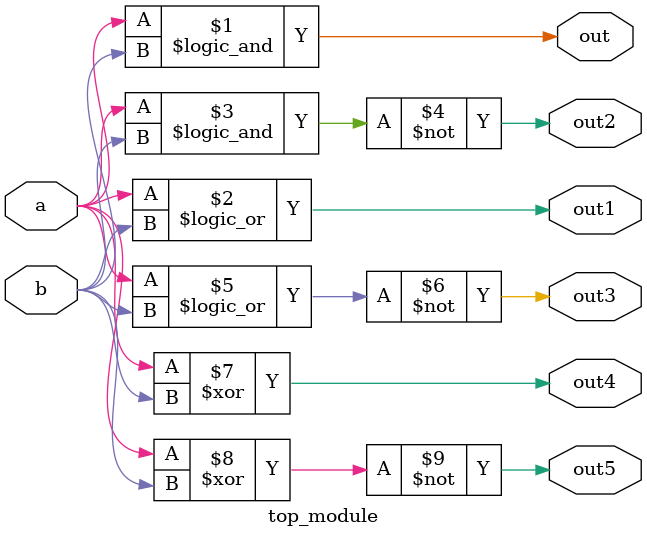
<source format=v>
module top_module( 
  input a, 
  input b, 
  output out,
	output out1,
	output out2,
	output out3,
	output out4,
	output out5);
	assign out = a && b;
	assign out1 = a || b;
	assign out2 = ~(a && b);
	assign out3 = ~(a || b);
	assign out4 = (a ^ b);
	assign out5 = ~(a ^ b);
endmodule



</source>
